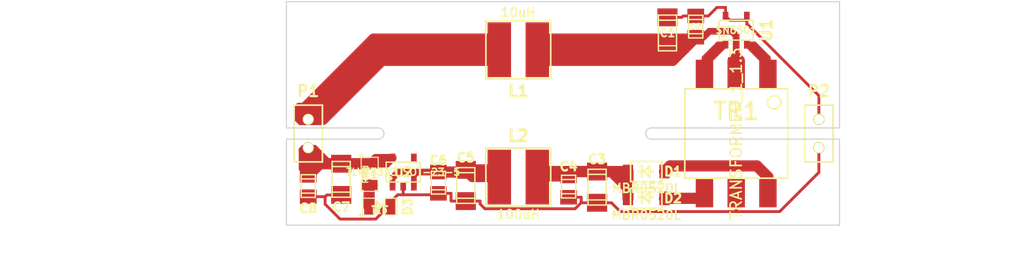
<source format=kicad_pcb>
(kicad_pcb (version 20171130) (host pcbnew "(5.1.12)-1")

  (general
    (thickness 1.6)
    (drawings 41)
    (tracks 185)
    (zones 0)
    (modules 19)
    (nets 13)
  )

  (page A3)
  (title_block
    (title "C2000 Launchpad (LAUNCHXL-F28027) isolated supply PCB")
    (rev A)
    (company "Mikolaj Stawiski")
    (comment 1 mikolaj.stawiski@gmail.com)
  )

  (layers
    (0 F.Cu signal)
    (31 B.Cu signal)
    (35 F.Paste user hide)
    (37 F.SilkS user)
    (38 B.Mask user)
    (39 F.Mask user)
    (40 Dwgs.User user)
    (44 Edge.Cuts user)
  )

  (setup
    (last_trace_width 0.254)
    (user_trace_width 0.5)
    (user_trace_width 0.6)
    (user_trace_width 0.7)
    (user_trace_width 0.8)
    (user_trace_width 1)
    (trace_clearance 0.254)
    (zone_clearance 0.4)
    (zone_45_only yes)
    (trace_min 0.254)
    (via_size 1)
    (via_drill 0.5)
    (via_min_size 0.8)
    (via_min_drill 0.5)
    (uvia_size 0.508)
    (uvia_drill 0.127)
    (uvias_allowed no)
    (uvia_min_size 0.508)
    (uvia_min_drill 0.127)
    (edge_width 0.1)
    (segment_width 0.2)
    (pcb_text_width 0.3)
    (pcb_text_size 1.5 1.5)
    (mod_edge_width 0.15)
    (mod_text_size 1 1)
    (mod_text_width 0.15)
    (pad_size 1.3 1.3)
    (pad_drill 0.8)
    (pad_to_mask_clearance 0.1)
    (solder_mask_min_width 0.2)
    (aux_axis_origin 98 88)
    (visible_elements 7FFFFFFF)
    (pcbplotparams
      (layerselection 0x00030_ffffffff)
      (usegerberextensions false)
      (usegerberattributes true)
      (usegerberadvancedattributes true)
      (creategerberjobfile true)
      (excludeedgelayer true)
      (linewidth 0.150000)
      (plotframeref false)
      (viasonmask false)
      (mode 1)
      (useauxorigin false)
      (hpglpennumber 1)
      (hpglpenspeed 20)
      (hpglpendiameter 15.000000)
      (psnegative false)
      (psa4output false)
      (plotreference true)
      (plotvalue false)
      (plotinvisibletext false)
      (padsonsilk false)
      (subtractmaskfromsilk false)
      (outputformat 5)
      (mirror false)
      (drillshape 0)
      (scaleselection 1)
      (outputdirectory "svg/"))
  )

  (net 0 "")
  (net 1 3.3V)
  (net 2 "3.3V isol")
  (net 3 GND)
  (net 4 GND_isol)
  (net 5 N-000001)
  (net 6 N-0000010)
  (net 7 N-0000011)
  (net 8 N-0000012)
  (net 9 N-000002)
  (net 10 N-000003)
  (net 11 N-000007)
  (net 12 N-000009)

  (net_class Default "To jest domyślna klasa połączeń."
    (clearance 0.254)
    (trace_width 0.254)
    (via_dia 1)
    (via_drill 0.5)
    (uvia_dia 0.508)
    (uvia_drill 0.127)
    (add_net 3.3V)
    (add_net "3.3V isol")
    (add_net GND)
    (add_net GND_isol)
    (add_net N-000001)
    (add_net N-0000010)
    (add_net N-0000011)
    (add_net N-0000012)
    (add_net N-000002)
    (add_net N-000003)
    (add_net N-000007)
    (add_net N-000009)
  )

  (module SOT23-5 (layer F.Cu) (tedit 5908B890) (tstamp 559BBDB3)
    (at 138.25 90.55)
    (path /5599056C)
    (attr smd)
    (fp_text reference U1 (at 2.7 0 90) (layer F.SilkS)
      (effects (font (size 1 1) (thickness 0.25)))
    )
    (fp_text value SN6501 (at 0 0) (layer F.SilkS)
      (effects (font (size 0.635 0.635) (thickness 0.127)))
    )
    (fp_line (start 1.524 -0.889) (end 1.524 0.889) (layer F.SilkS) (width 0.127))
    (fp_line (start 1.524 0.889) (end -1.524 0.889) (layer F.SilkS) (width 0.127))
    (fp_line (start -1.524 0.889) (end -1.524 -0.889) (layer F.SilkS) (width 0.127))
    (fp_line (start -1.524 -0.889) (end 1.524 -0.889) (layer F.SilkS) (width 0.127))
    (pad 1 smd rect (at -0.9525 1.27) (size 0.508 0.762) (layers F.Cu F.Paste F.Mask)
      (net 11 N-000007))
    (pad 3 smd rect (at 0.9525 1.27) (size 0.508 0.762) (layers F.Cu F.Paste F.Mask)
      (net 10 N-000003))
    (pad 5 smd rect (at -0.9525 -1.27) (size 0.508 0.762) (layers F.Cu F.Paste F.Mask)
      (net 3 GND))
    (pad 2 smd rect (at 0 1.27) (size 0.508 0.762) (layers F.Cu F.Paste F.Mask)
      (net 5 N-000001))
    (pad 4 smd rect (at 0.9525 -1.27) (size 0.508 0.762) (layers F.Cu F.Paste F.Mask)
      (net 3 GND))
    (model smd/SOT23_5.wrl
      (at (xyz 0 0 0))
      (scale (xyz 0.1 0.1 0.1))
      (rotate (xyz 0 0 0))
    )
  )

  (module SOT23-5 (layer F.Cu) (tedit 5908B8FC) (tstamp 559BBDC0)
    (at 108.45 103.25)
    (path /559AD40B)
    (attr smd)
    (fp_text reference U2 (at 0 0) (layer F.SilkS)
      (effects (font (size 0.8 0.8) (thickness 0.2)))
    )
    (fp_text value "TLV73333 SOT-23-5" (at 0 0) (layer F.SilkS)
      (effects (font (size 0.635 0.635) (thickness 0.127)))
    )
    (fp_line (start 1.524 -0.889) (end 1.524 0.889) (layer F.SilkS) (width 0.127))
    (fp_line (start 1.524 0.889) (end -1.524 0.889) (layer F.SilkS) (width 0.127))
    (fp_line (start -1.524 0.889) (end -1.524 -0.889) (layer F.SilkS) (width 0.127))
    (fp_line (start -1.524 -0.889) (end 1.524 -0.889) (layer F.SilkS) (width 0.127))
    (pad 1 smd rect (at -0.9525 1.27) (size 0.508 0.762) (layers F.Cu F.Paste F.Mask)
      (net 8 N-0000012))
    (pad 3 smd rect (at 0.9525 1.27) (size 0.508 0.762) (layers F.Cu F.Paste F.Mask)
      (net 8 N-0000012))
    (pad 5 smd rect (at -0.9525 -1.27) (size 0.508 0.762) (layers F.Cu F.Paste F.Mask)
      (net 2 "3.3V isol"))
    (pad 2 smd rect (at 0 1.27) (size 0.508 0.762) (layers F.Cu F.Paste F.Mask)
      (net 4 GND_isol))
    (pad 4 smd rect (at 0.9525 -1.27) (size 0.508 0.762) (layers F.Cu F.Paste F.Mask))
    (model smd/SOT23_5.wrl
      (at (xyz 0 0 0))
      (scale (xyz 0.1 0.1 0.1))
      (rotate (xyz 0 0 0))
    )
  )

  (module SOD-123 (layer F.Cu) (tedit 5908BDD8) (tstamp 559BBDCE)
    (at 130.2 103.2 180)
    (path /55991307)
    (fp_text reference D1 (at -2.4 0 180) (layer F.SilkS)
      (effects (font (size 0.8 0.8) (thickness 0.2)))
    )
    (fp_text value MBR0520L (at 0 -1.5 180) (layer F.SilkS)
      (effects (font (size 0.8 0.8) (thickness 0.15)))
    )
    (fp_line (start 0 -0.9) (end -1.4 -0.9) (layer F.SilkS) (width 0.15))
    (fp_line (start -1.4 -0.9) (end -1.4 0) (layer F.SilkS) (width 0.15))
    (fp_line (start -1.4 0) (end -1.4 0.9) (layer F.SilkS) (width 0.15))
    (fp_line (start -1.4 0.9) (end 0 0.9) (layer F.SilkS) (width 0.15))
    (fp_line (start 0 0.9) (end 1.4 0.9) (layer F.SilkS) (width 0.15))
    (fp_line (start 1.4 0.9) (end 1.4 0) (layer F.SilkS) (width 0.15))
    (fp_line (start 1.4 0) (end 1.4 -0.9) (layer F.SilkS) (width 0.15))
    (fp_line (start 1.4 -0.9) (end 0 -0.9) (layer F.SilkS) (width 0.15))
    (pad 1 smd rect (at -1.635 0 180) (size 0.91 1.22) (layers F.Cu F.Paste F.Mask)
      (net 6 N-0000010))
    (pad 2 smd rect (at 1.635 0 180) (size 0.91 1.22) (layers F.Cu F.Paste F.Mask)
      (net 12 N-000009))
  )

  (module SOD-123 (layer F.Cu) (tedit 5908BDDD) (tstamp 559BBDDC)
    (at 130.2 105.6 180)
    (path /55991316)
    (fp_text reference D2 (at -2.4 0 180) (layer F.SilkS)
      (effects (font (size 0.8 0.8) (thickness 0.2)))
    )
    (fp_text value MBR0520L (at 0 -1.5 180) (layer F.SilkS)
      (effects (font (size 0.8 0.8) (thickness 0.15)))
    )
    (fp_line (start 0 -0.9) (end -1.4 -0.9) (layer F.SilkS) (width 0.15))
    (fp_line (start -1.4 -0.9) (end -1.4 0) (layer F.SilkS) (width 0.15))
    (fp_line (start -1.4 0) (end -1.4 0.9) (layer F.SilkS) (width 0.15))
    (fp_line (start -1.4 0.9) (end 0 0.9) (layer F.SilkS) (width 0.15))
    (fp_line (start 0 0.9) (end 1.4 0.9) (layer F.SilkS) (width 0.15))
    (fp_line (start 1.4 0.9) (end 1.4 0) (layer F.SilkS) (width 0.15))
    (fp_line (start 1.4 0) (end 1.4 -0.9) (layer F.SilkS) (width 0.15))
    (fp_line (start 1.4 -0.9) (end 0 -0.9) (layer F.SilkS) (width 0.15))
    (pad 1 smd rect (at -1.635 0 180) (size 0.91 1.22) (layers F.Cu F.Paste F.Mask)
      (net 7 N-0000011))
    (pad 2 smd rect (at 1.635 0 180) (size 0.91 1.22) (layers F.Cu F.Paste F.Mask)
      (net 12 N-000009))
  )

  (module SM0805 (layer F.Cu) (tedit 5908B90A) (tstamp 559BBDE9)
    (at 105.45 103.45 270)
    (path /559AD6C6)
    (attr smd)
    (fp_text reference R1 (at 0 0) (layer F.SilkS)
      (effects (font (size 0.8 0.8) (thickness 0.2)))
    )
    (fp_text value Rled (at 0 0.381 270) (layer F.SilkS)
      (effects (font (size 0.50038 0.50038) (thickness 0.10922)))
    )
    (fp_circle (center -1.651 0.762) (end -1.651 0.635) (layer F.SilkS) (width 0.09906))
    (fp_line (start -0.508 0.762) (end -1.524 0.762) (layer F.SilkS) (width 0.09906))
    (fp_line (start -1.524 0.762) (end -1.524 -0.762) (layer F.SilkS) (width 0.09906))
    (fp_line (start -1.524 -0.762) (end -0.508 -0.762) (layer F.SilkS) (width 0.09906))
    (fp_line (start 0.508 -0.762) (end 1.524 -0.762) (layer F.SilkS) (width 0.09906))
    (fp_line (start 1.524 -0.762) (end 1.524 0.762) (layer F.SilkS) (width 0.09906))
    (fp_line (start 1.524 0.762) (end 0.508 0.762) (layer F.SilkS) (width 0.09906))
    (pad 1 smd rect (at -0.9525 0 270) (size 0.889 1.397) (layers F.Cu F.Paste F.Mask)
      (net 2 "3.3V isol"))
    (pad 2 smd rect (at 0.9525 0 270) (size 0.889 1.397) (layers F.Cu F.Paste F.Mask)
      (net 9 N-000002))
    (model smd/chip_cms.wrl
      (at (xyz 0 0 0))
      (scale (xyz 0.1 0.1 0.1))
      (rotate (xyz 0 0 0))
    )
  )

  (module SM0805 (layer F.Cu) (tedit 5908B944) (tstamp 559BBDF6)
    (at 106.35 106.35)
    (path /559AD6D5)
    (attr smd)
    (fp_text reference D3 (at 2.5 0 90) (layer F.SilkS)
      (effects (font (size 0.8 0.8) (thickness 0.2)))
    )
    (fp_text value LED (at 0 0.381) (layer F.SilkS)
      (effects (font (size 0.50038 0.50038) (thickness 0.10922)))
    )
    (fp_circle (center -1.651 0.762) (end -1.651 0.635) (layer F.SilkS) (width 0.09906))
    (fp_line (start -0.508 0.762) (end -1.524 0.762) (layer F.SilkS) (width 0.09906))
    (fp_line (start -1.524 0.762) (end -1.524 -0.762) (layer F.SilkS) (width 0.09906))
    (fp_line (start -1.524 -0.762) (end -0.508 -0.762) (layer F.SilkS) (width 0.09906))
    (fp_line (start 0.508 -0.762) (end 1.524 -0.762) (layer F.SilkS) (width 0.09906))
    (fp_line (start 1.524 -0.762) (end 1.524 0.762) (layer F.SilkS) (width 0.09906))
    (fp_line (start 1.524 0.762) (end 0.508 0.762) (layer F.SilkS) (width 0.09906))
    (pad 1 smd rect (at -0.9525 0) (size 0.889 1.397) (layers F.Cu F.Paste F.Mask)
      (net 9 N-000002))
    (pad 2 smd rect (at 0.9525 0) (size 0.889 1.397) (layers F.Cu F.Paste F.Mask)
      (net 4 GND_isol))
    (model smd/chip_cms.wrl
      (at (xyz 0 0 0))
      (scale (xyz 0.1 0.1 0.1))
      (rotate (xyz 0 0 0))
    )
  )

  (module PIN_ARRAY_2X1 (layer F.Cu) (tedit 5908B821) (tstamp 5908B5A4)
    (at 99.95 99.8 90)
    (descr "Connecteurs 2 pins")
    (tags "CONN DEV")
    (path /55990836)
    (fp_text reference P1 (at 3.8 0 180) (layer F.SilkS)
      (effects (font (size 1 1) (thickness 0.2)))
    )
    (fp_text value CONN_2 (at 0 -1.905 90) (layer F.SilkS) hide
      (effects (font (size 0.762 0.762) (thickness 0.1524)))
    )
    (fp_line (start -2.54 1.27) (end -2.54 -1.27) (layer F.SilkS) (width 0.1524))
    (fp_line (start -2.54 -1.27) (end 2.54 -1.27) (layer F.SilkS) (width 0.1524))
    (fp_line (start 2.54 -1.27) (end 2.54 1.27) (layer F.SilkS) (width 0.1524))
    (fp_line (start 2.54 1.27) (end -2.54 1.27) (layer F.SilkS) (width 0.1524))
    (pad 1 thru_hole circle (at -1.27 0 90) (size 1 1) (drill 0.8) (layers *.Cu *.Mask F.SilkS)
      (net 2 "3.3V isol"))
    (pad 2 thru_hole circle (at 1.27 0 90) (size 1 1) (drill 0.8) (layers *.Cu *.Mask F.SilkS)
      (net 1 3.3V))
    (model pin_array/pins_array_2x1.wrl
      (at (xyz 0 0 0))
      (scale (xyz 1 1 1))
      (rotate (xyz 0 0 0))
    )
  )

  (module PIN_ARRAY_2X1 (layer F.Cu) (tedit 5908B838) (tstamp 5909154F)
    (at 145.65 99.8 90)
    (descr "Connecteurs 2 pins")
    (tags "CONN DEV")
    (path /559ADB7F)
    (fp_text reference P2 (at 3.8 0 180) (layer F.SilkS)
      (effects (font (size 1 1) (thickness 0.2)))
    )
    (fp_text value CONN_2 (at 0 -1.905 90) (layer F.SilkS) hide
      (effects (font (size 0.762 0.762) (thickness 0.1524)))
    )
    (fp_line (start -2.54 1.27) (end -2.54 -1.27) (layer F.SilkS) (width 0.1524))
    (fp_line (start -2.54 -1.27) (end 2.54 -1.27) (layer F.SilkS) (width 0.1524))
    (fp_line (start 2.54 -1.27) (end 2.54 1.27) (layer F.SilkS) (width 0.1524))
    (fp_line (start 2.54 1.27) (end -2.54 1.27) (layer F.SilkS) (width 0.1524))
    (pad 1 thru_hole circle (at -1.27 0 90) (size 1 1) (drill 0.8) (layers *.Cu *.Mask F.SilkS)
      (net 4 GND_isol))
    (pad 2 thru_hole circle (at 1.27 0 90) (size 1 1) (drill 0.8) (layers *.Cu *.Mask F.SilkS)
      (net 3 GND))
    (model pin_array/pins_array_2x1.wrl
      (at (xyz 0 0 0))
      (scale (xyz 1 1 1))
      (rotate (xyz 0 0 0))
    )
  )

  (module c_1206 (layer F.Cu) (tedit 5908B874) (tstamp 559BBE16)
    (at 132.1 90.8 270)
    (descr "SMT capacitor, 1206")
    (path /559905D2)
    (fp_text reference C1 (at 0 0) (layer F.SilkS)
      (effects (font (size 0.7 0.7) (thickness 0.15)))
    )
    (fp_text value 4.7u (at 0 1.27 270) (layer F.SilkS) hide
      (effects (font (size 0.50038 0.50038) (thickness 0.11938)))
    )
    (fp_line (start 1.143 0.8128) (end 1.143 -0.8128) (layer F.SilkS) (width 0.127))
    (fp_line (start -1.143 -0.8128) (end -1.143 0.8128) (layer F.SilkS) (width 0.127))
    (fp_line (start -1.6002 -0.8128) (end -1.6002 0.8128) (layer F.SilkS) (width 0.127))
    (fp_line (start -1.6002 0.8128) (end 1.6002 0.8128) (layer F.SilkS) (width 0.127))
    (fp_line (start 1.6002 0.8128) (end 1.6002 -0.8128) (layer F.SilkS) (width 0.127))
    (fp_line (start 1.6002 -0.8128) (end -1.6002 -0.8128) (layer F.SilkS) (width 0.127))
    (pad 1 smd rect (at 1.397 0 270) (size 1.6002 1.8034) (layers F.Cu F.Paste F.Mask)
      (net 5 N-000001))
    (pad 2 smd rect (at -1.397 0 270) (size 1.6002 1.8034) (layers F.Cu F.Paste F.Mask)
      (net 3 GND))
    (model smd/capacitors/c_1206.wrl
      (at (xyz 0 0 0))
      (scale (xyz 1 1 1))
      (rotate (xyz 0 0 0))
    )
  )

  (module c_1206 (layer F.Cu) (tedit 5908B8C7) (tstamp 559BBE22)
    (at 125.8 104.6 90)
    (descr "SMT capacitor, 1206")
    (path /5599139F)
    (fp_text reference C3 (at 2.5 0 180) (layer F.SilkS)
      (effects (font (size 0.8 0.8) (thickness 0.2)))
    )
    (fp_text value 4.7u (at 0 1.27 90) (layer F.SilkS) hide
      (effects (font (size 0.50038 0.50038) (thickness 0.11938)))
    )
    (fp_line (start 1.143 0.8128) (end 1.143 -0.8128) (layer F.SilkS) (width 0.127))
    (fp_line (start -1.143 -0.8128) (end -1.143 0.8128) (layer F.SilkS) (width 0.127))
    (fp_line (start -1.6002 -0.8128) (end -1.6002 0.8128) (layer F.SilkS) (width 0.127))
    (fp_line (start -1.6002 0.8128) (end 1.6002 0.8128) (layer F.SilkS) (width 0.127))
    (fp_line (start 1.6002 0.8128) (end 1.6002 -0.8128) (layer F.SilkS) (width 0.127))
    (fp_line (start 1.6002 -0.8128) (end -1.6002 -0.8128) (layer F.SilkS) (width 0.127))
    (pad 1 smd rect (at 1.397 0 90) (size 1.6002 1.8034) (layers F.Cu F.Paste F.Mask)
      (net 12 N-000009))
    (pad 2 smd rect (at -1.397 0 90) (size 1.6002 1.8034) (layers F.Cu F.Paste F.Mask)
      (net 4 GND_isol))
    (model smd/capacitors/c_1206.wrl
      (at (xyz 0 0 0))
      (scale (xyz 1 1 1))
      (rotate (xyz 0 0 0))
    )
  )

  (module c_1206 (layer F.Cu) (tedit 5908B935) (tstamp 559BBE2E)
    (at 102.9 103.9 90)
    (descr "SMT capacitor, 1206")
    (path /559AE1A5)
    (fp_text reference C7 (at -2.5 0 180) (layer F.SilkS)
      (effects (font (size 0.8 0.8) (thickness 0.2)))
    )
    (fp_text value 4.7u (at 0 1.27 90) (layer F.SilkS) hide
      (effects (font (size 0.50038 0.50038) (thickness 0.11938)))
    )
    (fp_line (start 1.143 0.8128) (end 1.143 -0.8128) (layer F.SilkS) (width 0.127))
    (fp_line (start -1.143 -0.8128) (end -1.143 0.8128) (layer F.SilkS) (width 0.127))
    (fp_line (start -1.6002 -0.8128) (end -1.6002 0.8128) (layer F.SilkS) (width 0.127))
    (fp_line (start -1.6002 0.8128) (end 1.6002 0.8128) (layer F.SilkS) (width 0.127))
    (fp_line (start 1.6002 0.8128) (end 1.6002 -0.8128) (layer F.SilkS) (width 0.127))
    (fp_line (start 1.6002 -0.8128) (end -1.6002 -0.8128) (layer F.SilkS) (width 0.127))
    (pad 1 smd rect (at 1.397 0 90) (size 1.6002 1.8034) (layers F.Cu F.Paste F.Mask)
      (net 2 "3.3V isol"))
    (pad 2 smd rect (at -1.397 0 90) (size 1.6002 1.8034) (layers F.Cu F.Paste F.Mask)
      (net 4 GND_isol))
    (model smd/capacitors/c_1206.wrl
      (at (xyz 0 0 0))
      (scale (xyz 1 1 1))
      (rotate (xyz 0 0 0))
    )
  )

  (module c_1206 (layer F.Cu) (tedit 5908B8E5) (tstamp 559BBE3A)
    (at 114.05 104.45 90)
    (descr "SMT capacitor, 1206")
    (path /55991455)
    (fp_text reference C5 (at 2.5 0 180) (layer F.SilkS)
      (effects (font (size 0.8 0.8) (thickness 0.2)))
    )
    (fp_text value 4.7u (at 0 1.27 90) (layer F.SilkS) hide
      (effects (font (size 0.50038 0.50038) (thickness 0.11938)))
    )
    (fp_line (start 1.143 0.8128) (end 1.143 -0.8128) (layer F.SilkS) (width 0.127))
    (fp_line (start -1.143 -0.8128) (end -1.143 0.8128) (layer F.SilkS) (width 0.127))
    (fp_line (start -1.6002 -0.8128) (end -1.6002 0.8128) (layer F.SilkS) (width 0.127))
    (fp_line (start -1.6002 0.8128) (end 1.6002 0.8128) (layer F.SilkS) (width 0.127))
    (fp_line (start 1.6002 0.8128) (end 1.6002 -0.8128) (layer F.SilkS) (width 0.127))
    (fp_line (start 1.6002 -0.8128) (end -1.6002 -0.8128) (layer F.SilkS) (width 0.127))
    (pad 1 smd rect (at 1.397 0 90) (size 1.6002 1.8034) (layers F.Cu F.Paste F.Mask)
      (net 8 N-0000012))
    (pad 2 smd rect (at -1.397 0 90) (size 1.6002 1.8034) (layers F.Cu F.Paste F.Mask)
      (net 4 GND_isol))
    (model smd/capacitors/c_1206.wrl
      (at (xyz 0 0 0))
      (scale (xyz 1 1 1))
      (rotate (xyz 0 0 0))
    )
  )

  (module c_0805 (layer F.Cu) (tedit 5908B92C) (tstamp 59091789)
    (at 99.95 104.5 90)
    (descr "SMT capacitor, 0805")
    (path /559AE1AB)
    (fp_text reference C8 (at -2 0 180) (layer F.SilkS)
      (effects (font (size 0.8 0.8) (thickness 0.2)))
    )
    (fp_text value 100n (at 0 0.9906 90) (layer F.SilkS) hide
      (effects (font (size 0.29972 0.29972) (thickness 0.06096)))
    )
    (fp_line (start 0.635 -0.635) (end 0.635 0.635) (layer F.SilkS) (width 0.127))
    (fp_line (start -0.635 -0.635) (end -0.635 0.6096) (layer F.SilkS) (width 0.127))
    (fp_line (start -1.016 -0.635) (end 1.016 -0.635) (layer F.SilkS) (width 0.127))
    (fp_line (start 1.016 -0.635) (end 1.016 0.635) (layer F.SilkS) (width 0.127))
    (fp_line (start 1.016 0.635) (end -1.016 0.635) (layer F.SilkS) (width 0.127))
    (fp_line (start -1.016 0.635) (end -1.016 -0.635) (layer F.SilkS) (width 0.127))
    (pad 1 smd rect (at 0.9525 0 90) (size 1.30048 1.4986) (layers F.Cu F.Paste F.Mask)
      (net 2 "3.3V isol"))
    (pad 2 smd rect (at -0.9525 0 90) (size 1.30048 1.4986) (layers F.Cu F.Paste F.Mask)
      (net 4 GND_isol))
    (model smd/capacitors/c_0805.wrl
      (at (xyz 0 0 0))
      (scale (xyz 1 1 1))
      (rotate (xyz 0 0 0))
    )
  )

  (module c_0805 (layer F.Cu) (tedit 5908B8F1) (tstamp 559BBE52)
    (at 111.6 104.2 90)
    (descr "SMT capacitor, 0805")
    (path /5599145B)
    (fp_text reference C6 (at 2 0 180) (layer F.SilkS)
      (effects (font (size 0.8 0.8) (thickness 0.2)))
    )
    (fp_text value 100n (at 0 0.9906 90) (layer F.SilkS) hide
      (effects (font (size 0.29972 0.29972) (thickness 0.06096)))
    )
    (fp_line (start 0.635 -0.635) (end 0.635 0.635) (layer F.SilkS) (width 0.127))
    (fp_line (start -0.635 -0.635) (end -0.635 0.6096) (layer F.SilkS) (width 0.127))
    (fp_line (start -1.016 -0.635) (end 1.016 -0.635) (layer F.SilkS) (width 0.127))
    (fp_line (start 1.016 -0.635) (end 1.016 0.635) (layer F.SilkS) (width 0.127))
    (fp_line (start 1.016 0.635) (end -1.016 0.635) (layer F.SilkS) (width 0.127))
    (fp_line (start -1.016 0.635) (end -1.016 -0.635) (layer F.SilkS) (width 0.127))
    (pad 1 smd rect (at 0.9525 0 90) (size 1.30048 1.4986) (layers F.Cu F.Paste F.Mask)
      (net 8 N-0000012))
    (pad 2 smd rect (at -0.9525 0 90) (size 1.30048 1.4986) (layers F.Cu F.Paste F.Mask)
      (net 4 GND_isol))
    (model smd/capacitors/c_0805.wrl
      (at (xyz 0 0 0))
      (scale (xyz 1 1 1))
      (rotate (xyz 0 0 0))
    )
  )

  (module c_0805 (layer F.Cu) (tedit 5908B8D6) (tstamp 559BBE5E)
    (at 123.25 104.55 90)
    (descr "SMT capacitor, 0805")
    (path /559913AE)
    (fp_text reference C4 (at 1.8 0 180) (layer F.SilkS)
      (effects (font (size 0.8 0.8) (thickness 0.2)))
    )
    (fp_text value 100n (at 0 0.9906 90) (layer F.SilkS) hide
      (effects (font (size 0.29972 0.29972) (thickness 0.06096)))
    )
    (fp_line (start 0.635 -0.635) (end 0.635 0.635) (layer F.SilkS) (width 0.127))
    (fp_line (start -0.635 -0.635) (end -0.635 0.6096) (layer F.SilkS) (width 0.127))
    (fp_line (start -1.016 -0.635) (end 1.016 -0.635) (layer F.SilkS) (width 0.127))
    (fp_line (start 1.016 -0.635) (end 1.016 0.635) (layer F.SilkS) (width 0.127))
    (fp_line (start 1.016 0.635) (end -1.016 0.635) (layer F.SilkS) (width 0.127))
    (fp_line (start -1.016 0.635) (end -1.016 -0.635) (layer F.SilkS) (width 0.127))
    (pad 1 smd rect (at 0.9525 0 90) (size 1.30048 1.4986) (layers F.Cu F.Paste F.Mask)
      (net 12 N-000009))
    (pad 2 smd rect (at -0.9525 0 90) (size 1.30048 1.4986) (layers F.Cu F.Paste F.Mask)
      (net 4 GND_isol))
    (model smd/capacitors/c_0805.wrl
      (at (xyz 0 0 0))
      (scale (xyz 1 1 1))
      (rotate (xyz 0 0 0))
    )
  )

  (module c_0805 (layer F.Cu) (tedit 5908B87D) (tstamp 559BBE6A)
    (at 134.63 90.23 270)
    (descr "SMT capacitor, 0805")
    (path /559905C3)
    (fp_text reference C2 (at 0 0) (layer F.SilkS)
      (effects (font (size 0.5 0.5) (thickness 0.125)))
    )
    (fp_text value 100n (at 0 0.9906 270) (layer F.SilkS) hide
      (effects (font (size 0.29972 0.29972) (thickness 0.06096)))
    )
    (fp_line (start 0.635 -0.635) (end 0.635 0.635) (layer F.SilkS) (width 0.127))
    (fp_line (start -0.635 -0.635) (end -0.635 0.6096) (layer F.SilkS) (width 0.127))
    (fp_line (start -1.016 -0.635) (end 1.016 -0.635) (layer F.SilkS) (width 0.127))
    (fp_line (start 1.016 -0.635) (end 1.016 0.635) (layer F.SilkS) (width 0.127))
    (fp_line (start 1.016 0.635) (end -1.016 0.635) (layer F.SilkS) (width 0.127))
    (fp_line (start -1.016 0.635) (end -1.016 -0.635) (layer F.SilkS) (width 0.127))
    (pad 1 smd rect (at 0.9525 0 270) (size 1.30048 1.4986) (layers F.Cu F.Paste F.Mask)
      (net 5 N-000001))
    (pad 2 smd rect (at -0.9525 0 270) (size 1.30048 1.4986) (layers F.Cu F.Paste F.Mask)
      (net 3 GND))
    (model smd/capacitors/c_0805.wrl
      (at (xyz 0 0 0))
      (scale (xyz 1 1 1))
      (rotate (xyz 0 0 0))
    )
  )

  (module transf_isol_wurth (layer F.Cu) (tedit 5908B8A0) (tstamp 559BBDA6)
    (at 138.25 99.8 270)
    (path /55991248)
    (fp_text reference TR1 (at -2 0) (layer F.SilkS)
      (effects (font (size 1.5 1.5) (thickness 0.25)))
    )
    (fp_text value TRANSFORMER_1_1.3 (at 0 0 270) (layer F.SilkS)
      (effects (font (size 1 1) (thickness 0.15)))
    )
    (fp_circle (center -2.8 -3.4) (end -2.2 -3.4) (layer F.SilkS) (width 0.15))
    (fp_line (start 0 -4.6) (end -4 -4.6) (layer F.SilkS) (width 0.15))
    (fp_line (start -4 -4.6) (end -4 0) (layer F.SilkS) (width 0.15))
    (fp_line (start -4 0) (end -4 4.6) (layer F.SilkS) (width 0.15))
    (fp_line (start -4 4.6) (end 0 4.6) (layer F.SilkS) (width 0.15))
    (fp_line (start 0 4.6) (end 4 4.6) (layer F.SilkS) (width 0.15))
    (fp_line (start 4 4.6) (end 4 0) (layer F.SilkS) (width 0.15))
    (fp_line (start 4 0) (end 4 -4.6) (layer F.SilkS) (width 0.15))
    (fp_line (start 4 -4.6) (end 0 -4.6) (layer F.SilkS) (width 0.15))
    (pad 1 smd rect (at -5.305 -2.84 270) (size 2.6 1.56) (layers F.Cu F.Paste F.Mask)
      (net 10 N-000003))
    (pad 2 smd rect (at -5.305 0 270) (size 2.6 1.56) (layers F.Cu F.Paste F.Mask)
      (net 5 N-000001))
    (pad 3 smd rect (at -5.305 2.84 270) (size 2.6 1.56) (layers F.Cu F.Paste F.Mask)
      (net 11 N-000007))
    (pad 4 smd rect (at 5.305 2.84 270) (size 2.6 1.56) (layers F.Cu F.Paste F.Mask)
      (net 7 N-0000011))
    (pad 5 smd rect (at 5.305 0 270) (size 2.6 1.56) (layers F.Cu F.Paste F.Mask)
      (net 4 GND_isol))
    (pad 6 smd rect (at 5.305 -2.84 270) (size 2.6 1.56) (layers F.Cu F.Paste F.Mask)
      (net 6 N-0000010))
  )

  (module VLCF5020 (layer F.Cu) (tedit 5908B867) (tstamp 559BBD94)
    (at 118.75 103.7 180)
    (path /55991448)
    (fp_text reference L2 (at 0 3.7 180) (layer F.SilkS)
      (effects (font (size 1 1) (thickness 0.25)))
    )
    (fp_text value 100uH (at 0 -3.35 180) (layer F.SilkS)
      (effects (font (size 0.8 0.8) (thickness 0.15)))
    )
    (fp_line (start -2.9 -2.6) (end 2.9 -2.6) (layer F.SilkS) (width 0.15))
    (fp_line (start 2.9 -2.6) (end 2.9 0) (layer F.SilkS) (width 0.15))
    (fp_line (start 2.9 0) (end 2.9 2.6) (layer F.SilkS) (width 0.15))
    (fp_line (start 2.9 2.6) (end 0 2.6) (layer F.SilkS) (width 0.15))
    (fp_line (start 0 2.6) (end -2.9 2.6) (layer F.SilkS) (width 0.15))
    (fp_line (start -2.9 2.6) (end -2.9 -2.6) (layer F.SilkS) (width 0.15))
    (pad 1 smd rect (at -1.7 0 180) (size 2.1 4.9) (layers F.Cu F.Paste F.Mask)
      (net 12 N-000009))
    (pad 2 smd rect (at 1.7 0 180) (size 2.1 4.9) (layers F.Cu F.Paste F.Mask)
      (net 8 N-0000012))
  )

  (module VLCF5020 (layer F.Cu) (tedit 5908B854) (tstamp 559BBD8E)
    (at 118.75 92.3)
    (path /559905B4)
    (fp_text reference L1 (at 0 3.7) (layer F.SilkS)
      (effects (font (size 1 1) (thickness 0.25)))
    )
    (fp_text value 10uH (at 0 -3.35) (layer F.SilkS)
      (effects (font (size 0.8 0.8) (thickness 0.15)))
    )
    (fp_line (start -2.9 -2.6) (end 2.9 -2.6) (layer F.SilkS) (width 0.15))
    (fp_line (start 2.9 -2.6) (end 2.9 0) (layer F.SilkS) (width 0.15))
    (fp_line (start 2.9 0) (end 2.9 2.6) (layer F.SilkS) (width 0.15))
    (fp_line (start 2.9 2.6) (end 0 2.6) (layer F.SilkS) (width 0.15))
    (fp_line (start 0 2.6) (end -2.9 2.6) (layer F.SilkS) (width 0.15))
    (fp_line (start -2.9 2.6) (end -2.9 -2.6) (layer F.SilkS) (width 0.15))
    (pad 1 smd rect (at -1.7 0) (size 2.1 4.9) (layers F.Cu F.Paste F.Mask)
      (net 1 3.3V))
    (pad 2 smd rect (at 1.7 0) (size 2.1 4.9) (layers F.Cu F.Paste F.Mask)
      (net 5 N-000001))
  )

  (gr_circle (center 107.3 103.8) (end 107.4 103.8) (layer F.SilkS) (width 0.2))
  (gr_circle (center 137.1 91.1) (end 137.2 91.1) (layer F.SilkS) (width 0.2))
  (gr_line (start 130.6 105.5) (end 130.8 105.5) (angle 90) (layer F.SilkS) (width 0.2) (tstamp 5908BDA5))
  (gr_line (start 129.7 105.5) (end 129.5 105.5) (angle 90) (layer F.SilkS) (width 0.2) (tstamp 5908BDA4))
  (gr_line (start 129.8 106) (end 129.8 105) (angle 90) (layer F.SilkS) (width 0.2) (tstamp 5908BDA3))
  (gr_line (start 130.5 106) (end 130 105.5) (angle 90) (layer F.SilkS) (width 0.2) (tstamp 5908BDA2))
  (gr_line (start 130.5 105) (end 130 105.5) (angle 90) (layer F.SilkS) (width 0.2) (tstamp 5908BDA1))
  (gr_line (start 130.5 106) (end 130.5 105) (angle 90) (layer F.SilkS) (width 0.2) (tstamp 5908BDA0))
  (gr_line (start 130.5 103.7) (end 130.5 102.7) (angle 90) (layer F.SilkS) (width 0.2) (tstamp 5908BD9F))
  (gr_line (start 130.5 102.7) (end 130 103.2) (angle 90) (layer F.SilkS) (width 0.2) (tstamp 5908BD9E))
  (gr_line (start 130.5 103.7) (end 130 103.2) (angle 90) (layer F.SilkS) (width 0.2) (tstamp 5908BD9D))
  (gr_line (start 129.8 103.7) (end 129.8 102.7) (angle 90) (layer F.SilkS) (width 0.2) (tstamp 5908BD9C))
  (gr_line (start 129.7 103.2) (end 129.5 103.2) (angle 90) (layer F.SilkS) (width 0.2) (tstamp 5908BD9B))
  (gr_line (start 130.6 103.2) (end 130.8 103.2) (angle 90) (layer F.SilkS) (width 0.2) (tstamp 5908BD9A))
  (gr_line (start 105.9 106.3) (end 105.7 106.3) (angle 90) (layer F.SilkS) (width 0.2))
  (gr_line (start 106.8 106.3) (end 107 106.3) (angle 90) (layer F.SilkS) (width 0.2))
  (gr_line (start 106.7 105.8) (end 106.7 106.8) (angle 90) (layer F.SilkS) (width 0.2))
  (gr_line (start 106 105.8) (end 106.5 106.3) (angle 90) (layer F.SilkS) (width 0.2))
  (gr_line (start 106 106.8) (end 106.5 106.3) (angle 90) (layer F.SilkS) (width 0.2))
  (gr_line (start 106 105.8) (end 106 106.8) (angle 90) (layer F.SilkS) (width 0.2))
  (gr_line (start 98 108) (end 98 100.3) (angle 90) (layer Edge.Cuts) (width 0.1))
  (gr_line (start 147.5 108) (end 147.5 100.3) (angle 90) (layer Edge.Cuts) (width 0.1))
  (gr_line (start 98 108) (end 147.5 108) (angle 90) (layer Edge.Cuts) (width 0.1))
  (gr_line (start 147.5 88) (end 147.5 99.3) (angle 90) (layer Edge.Cuts) (width 0.1))
  (gr_line (start 147.5 100.3) (end 130.65 100.3) (angle 90) (layer Edge.Cuts) (width 0.1))
  (gr_line (start 147.5 99.3) (end 130.65 99.3) (angle 90) (layer Edge.Cuts) (width 0.1))
  (gr_line (start 98 88) (end 98 99.3) (angle 90) (layer Edge.Cuts) (width 0.1))
  (gr_line (start 98 100.3) (end 106.225 100.3) (angle 90) (layer Edge.Cuts) (width 0.1))
  (gr_line (start 98 99.3) (end 106.225 99.3) (angle 90) (layer Edge.Cuts) (width 0.1))
  (gr_line (start 98 88) (end 147.5 88) (angle 90) (layer Edge.Cuts) (width 0.1))
  (gr_text Vout_GND_ISO (at 156 102) (layer Dwgs.User)
    (effects (font (size 1.5 1.5) (thickness 0.3)))
  )
  (gr_text Vin_GND (at 153 98) (layer Dwgs.User)
    (effects (font (size 1.5 1.5) (thickness 0.3)))
  )
  (gr_text Vout_3.3V_ISO (at 89.5 102) (layer Dwgs.User)
    (effects (font (size 1.5 1.5) (thickness 0.3)))
  )
  (gr_text Vin (at 95.5 98) (layer Dwgs.User)
    (effects (font (size 1.5 1.5) (thickness 0.3)))
  )
  (dimension 49.5 (width 0.3) (layer Dwgs.User)
    (gr_text "49.5 mm" (at 122.75 112.35) (layer Dwgs.User)
      (effects (font (size 1.5 1.5) (thickness 0.3)))
    )
    (feature1 (pts (xy 147.5 108) (xy 147.5 113.7)))
    (feature2 (pts (xy 98 108) (xy 98 113.7)))
    (crossbar (pts (xy 98 111) (xy 147.5 111)))
    (arrow1a (pts (xy 147.5 111) (xy 146.373497 111.58642)))
    (arrow1b (pts (xy 147.5 111) (xy 146.373497 110.41358)))
    (arrow2a (pts (xy 98 111) (xy 99.126503 111.58642)))
    (arrow2b (pts (xy 98 111) (xy 99.126503 110.41358)))
  )
  (dimension 20 (width 0.3) (layer Dwgs.User)
    (gr_text "20 mm" (at 78.650001 97.999999 270) (layer Dwgs.User)
      (effects (font (size 1.5 1.5) (thickness 0.3)))
    )
    (feature1 (pts (xy 98 108) (xy 77.300001 107.999999)))
    (feature2 (pts (xy 98 88) (xy 77.300001 87.999999)))
    (crossbar (pts (xy 80.000001 87.999999) (xy 80.000001 107.999999)))
    (arrow1a (pts (xy 80.000001 107.999999) (xy 79.413581 106.873496)))
    (arrow1b (pts (xy 80.000001 107.999999) (xy 80.586421 106.873496)))
    (arrow2a (pts (xy 80.000001 87.999999) (xy 79.413581 89.126502)))
    (arrow2b (pts (xy 80.000001 87.999999) (xy 80.586421 89.126502)))
  )
  (gr_arc (start 106.225 99.8) (end 106.725 99.8) (angle 90) (layer Edge.Cuts) (width 0.1))
  (gr_arc (start 106.225 99.8) (end 106.225 99.3) (angle 90) (layer Edge.Cuts) (width 0.1))
  (gr_arc (start 130.65 99.8) (end 130.65 100.3) (angle 90) (layer Edge.Cuts) (width 0.1))
  (gr_arc (start 130.65 99.8) (end 130.15 99.8) (angle 90) (layer Edge.Cuts) (width 0.1))
  (target plus (at 98 88) (size 0.005) (width 0.1) (layer Edge.Cuts))

  (segment (start 99.85 97.3) (end 99.35 97.8) (width 1) (layer F.Cu) (net 1))
  (segment (start 99.35 97.8) (end 99.35 97.93) (width 1) (layer F.Cu) (net 1))
  (segment (start 99.35 97.93) (end 99.95 98.53) (width 1) (layer F.Cu) (net 1))
  (segment (start 117.05 92.3) (end 116.1 91.35) (width 1) (layer F.Cu) (net 1))
  (segment (start 116.1 91.35) (end 105.8 91.35) (width 1) (layer F.Cu) (net 1))
  (segment (start 105.8 91.35) (end 99.85 97.3) (width 1) (layer F.Cu) (net 1))
  (segment (start 101.27 98.53) (end 99.95 98.53) (width 1) (layer F.Cu) (net 1))
  (segment (start 117.05 92.3) (end 116.1 93.25) (width 1) (layer F.Cu) (net 1))
  (segment (start 116.1 93.25) (end 106.55 93.25) (width 1) (layer F.Cu) (net 1))
  (segment (start 106.55 93.25) (end 101.27 98.53) (width 1) (layer F.Cu) (net 1))
  (segment (start 117.05 92.3) (end 106.18 92.3) (width 1) (layer F.Cu) (net 1))
  (segment (start 106.18 92.3) (end 99.95 98.53) (width 1) (layer F.Cu) (net 1))
  (segment (start 101.27 98.53) (end 101 98.8) (width 0.5) (layer F.Cu) (net 1))
  (segment (start 101 98.8) (end 99.25 98.8) (width 0.5) (layer F.Cu) (net 1))
  (segment (start 99.25 98.8) (end 98.9 98.45) (width 0.5) (layer F.Cu) (net 1))
  (segment (start 98.9 98.45) (end 98.9 97.5) (width 0.5) (layer F.Cu) (net 1))
  (segment (start 98.9 97.5) (end 99.1 97.3) (width 0.5) (layer F.Cu) (net 1))
  (segment (start 99.1 97.3) (end 99.85 97.3) (width 0.5) (layer F.Cu) (net 1))
  (segment (start 105.709 102.239) (end 105.7085 102.239) (width 0.254) (layer F.Cu) (net 2))
  (segment (start 105.7085 102.239) (end 105.45 102.4975) (width 0.254) (layer F.Cu) (net 2))
  (segment (start 105.709 102.239) (end 105.45 102.498) (width 0.7) (layer F.Cu) (net 2))
  (segment (start 107.4975 101.98) (end 105.968 101.98) (width 0.7) (layer F.Cu) (net 2))
  (segment (start 105.968 101.98) (end 105.709 102.239) (width 0.7) (layer F.Cu) (net 2))
  (segment (start 99.95 103.5475) (end 99.95 103.548) (width 1) (layer F.Cu) (net 2))
  (segment (start 101.203 102.503) (end 99.95 101.25) (width 1) (layer F.Cu) (net 2))
  (segment (start 99.95 101.25) (end 99.95 103.5475) (width 1) (layer F.Cu) (net 2))
  (segment (start 101.953 102.503) (end 101.203 102.503) (width 1) (layer F.Cu) (net 2))
  (segment (start 102.9 102.503) (end 101.953 102.503) (width 1) (layer F.Cu) (net 2))
  (segment (start 101.953 102.503) (end 102.9 102.503) (width 0.5) (layer F.Cu) (net 2))
  (segment (start 99.95 101.07) (end 100.52 101.07) (width 0.5) (layer F.Cu) (net 2))
  (segment (start 100.52 101.07) (end 101.953 102.503) (width 0.5) (layer F.Cu) (net 2))
  (segment (start 101.203 102.503) (end 100.994 102.503) (width 1) (layer F.Cu) (net 2))
  (segment (start 100.994 102.503) (end 99.95 103.548) (width 1) (layer F.Cu) (net 2))
  (segment (start 105.45 102.498) (end 102.906 102.498) (width 1) (layer F.Cu) (net 2))
  (segment (start 102.906 102.498) (end 102.9 102.503) (width 1) (layer F.Cu) (net 2))
  (segment (start 107.4975 101.98) (end 107.498 101.98) (width 0.7) (layer F.Cu) (net 2))
  (segment (start 107.498 101.98) (end 106.98 102.498) (width 0.7) (layer F.Cu) (net 2))
  (segment (start 106.98 102.498) (end 105.45 102.498) (width 0.7) (layer F.Cu) (net 2))
  (segment (start 99.95 101.07) (end 99.53 101.07) (width 0.5) (layer F.Cu) (net 2))
  (segment (start 99.53 101.07) (end 99.35 101.25) (width 0.5) (layer F.Cu) (net 2))
  (segment (start 99.35 101.25) (end 99.35 102.948) (width 0.5) (layer F.Cu) (net 2))
  (segment (start 99.35 102.948) (end 99.95 103.548) (width 0.5) (layer F.Cu) (net 2))
  (segment (start 139.2025 89.661) (end 137.6785 89.661) (width 0.254) (layer F.Cu) (net 3))
  (segment (start 137.6785 89.661) (end 137.2975 89.28) (width 0.254) (layer F.Cu) (net 3))
  (segment (start 139.2025 89.661) (end 139.2025 90.0421) (width 0.254) (layer F.Cu) (net 3))
  (segment (start 139.2025 89.28) (end 139.2025 89.661) (width 0.254) (layer F.Cu) (net 3))
  (segment (start 145.65 98.53) (end 145.65 96.4102) (width 0.254) (layer F.Cu) (net 3))
  (segment (start 145.65 96.4102) (end 139.2819 90.0421) (width 0.254) (layer F.Cu) (net 3))
  (segment (start 139.2819 90.0421) (end 139.2025 90.0421) (width 0.254) (layer F.Cu) (net 3))
  (segment (start 134.63 89.2775) (end 135.7604 89.2775) (width 0.254) (layer F.Cu) (net 3))
  (segment (start 137.2975 89.28) (end 137.2975 88.5179) (width 0.254) (layer F.Cu) (net 3))
  (segment (start 135.7604 89.2775) (end 136.52 88.5179) (width 0.254) (layer F.Cu) (net 3))
  (segment (start 136.52 88.5179) (end 137.2975 88.5179) (width 0.254) (layer F.Cu) (net 3))
  (segment (start 134.0648 89.2775) (end 134.63 89.2775) (width 0.254) (layer F.Cu) (net 3))
  (segment (start 134.0648 89.2775) (end 133.4996 89.2775) (width 0.254) (layer F.Cu) (net 3))
  (segment (start 132.1 89.403) (end 133.3828 89.403) (width 0.254) (layer F.Cu) (net 3))
  (segment (start 133.4996 89.2775) (end 133.4996 89.2862) (width 0.254) (layer F.Cu) (net 3))
  (segment (start 133.4996 89.2862) (end 133.3828 89.403) (width 0.254) (layer F.Cu) (net 3))
  (segment (start 106.8897 106.35) (end 107.9576 105.2821) (width 0.254) (layer F.Cu) (net 4))
  (segment (start 107.9576 105.2821) (end 108.45 105.2821) (width 0.254) (layer F.Cu) (net 4))
  (segment (start 106.8897 106.35) (end 106.4769 106.35) (width 0.254) (layer F.Cu) (net 4))
  (segment (start 107.3025 106.35) (end 106.8897 106.35) (width 0.254) (layer F.Cu) (net 4))
  (segment (start 145.65 101.07) (end 145.65 103.2782) (width 0.254) (layer F.Cu) (net 4))
  (segment (start 145.65 103.2782) (end 142.1421 106.7861) (width 0.254) (layer F.Cu) (net 4))
  (segment (start 142.1421 106.7861) (end 138.25 106.7861) (width 0.254) (layer F.Cu) (net 4))
  (segment (start 124.3804 105.997) (end 124.3646 105.997) (width 0.254) (layer F.Cu) (net 4))
  (segment (start 124.3646 105.997) (end 123.8304 106.5312) (width 0.254) (layer F.Cu) (net 4))
  (segment (start 123.8304 106.5312) (end 115.7603 106.5312) (width 0.254) (layer F.Cu) (net 4))
  (segment (start 115.7603 106.5312) (end 115.3328 106.1037) (width 0.254) (layer F.Cu) (net 4))
  (segment (start 115.3328 106.1037) (end 115.3328 105.847) (width 0.254) (layer F.Cu) (net 4))
  (segment (start 125.1586 105.997) (end 124.3804 105.997) (width 0.254) (layer F.Cu) (net 4))
  (segment (start 124.3804 105.5025) (end 124.3804 105.997) (width 0.254) (layer F.Cu) (net 4))
  (segment (start 114.05 105.847) (end 115.3328 105.847) (width 0.254) (layer F.Cu) (net 4))
  (segment (start 125.8 105.997) (end 125.1586 105.997) (width 0.254) (layer F.Cu) (net 4))
  (segment (start 101.4617 105.4525) (end 101.6172 105.297) (width 0.254) (layer F.Cu) (net 4))
  (segment (start 99.95 105.4525) (end 101.4617 105.4525) (width 0.254) (layer F.Cu) (net 4))
  (segment (start 101.4617 105.4525) (end 101.4617 106.1256) (width 0.254) (layer F.Cu) (net 4))
  (segment (start 101.4617 106.1256) (end 102.7913 107.4552) (width 0.254) (layer F.Cu) (net 4))
  (segment (start 102.7913 107.4552) (end 105.9909 107.4552) (width 0.254) (layer F.Cu) (net 4))
  (segment (start 105.9909 107.4552) (end 106.4769 106.9692) (width 0.254) (layer F.Cu) (net 4))
  (segment (start 106.4769 106.9692) (end 106.4769 106.35) (width 0.254) (layer F.Cu) (net 4))
  (segment (start 108.45 104.52) (end 108.45 105.2821) (width 0.254) (layer F.Cu) (net 4))
  (segment (start 112.1652 105.1525) (end 112.0356 105.2821) (width 0.254) (layer F.Cu) (net 4))
  (segment (start 112.0356 105.2821) (end 108.45 105.2821) (width 0.254) (layer F.Cu) (net 4))
  (segment (start 112.1652 105.1525) (end 112.7304 105.1525) (width 0.254) (layer F.Cu) (net 4))
  (segment (start 111.6 105.1525) (end 112.1652 105.1525) (width 0.254) (layer F.Cu) (net 4))
  (segment (start 102.9 105.297) (end 101.6172 105.297) (width 0.254) (layer F.Cu) (net 4))
  (segment (start 114.05 105.847) (end 112.7672 105.847) (width 0.254) (layer F.Cu) (net 4))
  (segment (start 112.7304 105.1525) (end 112.7304 105.8102) (width 0.254) (layer F.Cu) (net 4))
  (segment (start 112.7304 105.8102) (end 112.7672 105.847) (width 0.254) (layer F.Cu) (net 4))
  (segment (start 123.25 105.5025) (end 124.3804 105.5025) (width 0.254) (layer F.Cu) (net 4))
  (segment (start 125.8 105.997) (end 127.0828 105.997) (width 0.254) (layer F.Cu) (net 4))
  (segment (start 138.25 105.105) (end 138.25 106.7861) (width 0.254) (layer F.Cu) (net 4))
  (segment (start 138.25 106.7861) (end 127.8719 106.7861) (width 0.254) (layer F.Cu) (net 4))
  (segment (start 127.8719 106.7861) (end 127.0828 105.997) (width 0.254) (layer F.Cu) (net 4))
  (segment (start 131.047 91.35) (end 131.997 92.3) (width 1) (layer F.Cu) (net 5))
  (segment (start 131.997 92.3) (end 132.1 92.197) (width 1) (layer F.Cu) (net 5))
  (segment (start 130.9 91.35) (end 131.047 91.35) (width 1) (layer F.Cu) (net 5))
  (segment (start 120.45 92.3) (end 121.4 91.35) (width 1) (layer F.Cu) (net 5))
  (segment (start 121.4 91.35) (end 130.9 91.35) (width 1) (layer F.Cu) (net 5))
  (segment (start 131.047 91.35) (end 134.462 91.35) (width 1) (layer F.Cu) (net 5))
  (segment (start 134.462 91.35) (end 134.63 91.1825) (width 1) (layer F.Cu) (net 5))
  (segment (start 130.9 91.35) (end 131.047 91.35) (width 1) (layer F.Cu) (net 5))
  (segment (start 133.616 92.197) (end 132.1 92.197) (width 1) (layer F.Cu) (net 5))
  (segment (start 134.63 91.1825) (end 133.616 92.197) (width 1) (layer F.Cu) (net 5))
  (segment (start 138.25 92.65) (end 138.25 94.495) (width 0.6) (layer F.Cu) (net 5))
  (segment (start 138.25 91.82) (end 138.25 92.65) (width 0.6) (layer F.Cu) (net 5))
  (segment (start 138.25 92.65) (end 138.75 93.15) (width 0.5) (layer F.Cu) (net 5))
  (segment (start 138.75 93.15) (end 138.75 93.995) (width 0.5) (layer F.Cu) (net 5))
  (segment (start 138.75 93.995) (end 138.25 94.495) (width 0.5) (layer F.Cu) (net 5))
  (segment (start 138.25 92.65) (end 137.75 93.15) (width 0.5) (layer F.Cu) (net 5))
  (segment (start 137.75 93.15) (end 137.75 93.995) (width 0.5) (layer F.Cu) (net 5))
  (segment (start 137.75 93.995) (end 138.25 94.495) (width 0.5) (layer F.Cu) (net 5))
  (segment (start 138.25 91.82) (end 138.25 91.05) (width 0.6) (layer F.Cu) (net 5))
  (segment (start 138.25 91.05) (end 137.85 90.65) (width 0.6) (layer F.Cu) (net 5))
  (segment (start 137.85 90.65) (end 135.85 90.65) (width 0.6) (layer F.Cu) (net 5))
  (segment (start 135.85 90.65) (end 135.318 91.1825) (width 0.6) (layer F.Cu) (net 5))
  (segment (start 135.318 91.1825) (end 134.63 91.1825) (width 0.6) (layer F.Cu) (net 5))
  (segment (start 120.45 92.3) (end 131.997 92.3) (width 1) (layer F.Cu) (net 5))
  (segment (start 131.997 92.3) (end 132.1 92.197) (width 1) (layer F.Cu) (net 5))
  (segment (start 120.45 92.3) (end 121.4 93.25) (width 1) (layer F.Cu) (net 5))
  (segment (start 121.4 93.25) (end 132.562 93.25) (width 1) (layer F.Cu) (net 5))
  (segment (start 132.562 93.25) (end 133.616 92.197) (width 1) (layer F.Cu) (net 5))
  (segment (start 141.09 105.105) (end 141.09 103.69) (width 1) (layer F.Cu) (net 6))
  (segment (start 141.09 103.69) (end 140.1 102.7) (width 1) (layer F.Cu) (net 6))
  (segment (start 140.1 102.7) (end 132.335 102.7) (width 1) (layer F.Cu) (net 6))
  (segment (start 132.335 102.7) (end 131.835 103.2) (width 1) (layer F.Cu) (net 6))
  (segment (start 135.41 105.105) (end 134.915 105.6) (width 1) (layer F.Cu) (net 7))
  (segment (start 134.915 105.6) (end 131.835 105.6) (width 1) (layer F.Cu) (net 7))
  (segment (start 107.499 104.519) (end 107.4985 104.519) (width 0.254) (layer F.Cu) (net 8))
  (segment (start 107.4985 104.519) (end 107.4975 104.52) (width 0.254) (layer F.Cu) (net 8))
  (segment (start 107.499 104.519) (end 107.498 104.52) (width 0.5) (layer F.Cu) (net 8))
  (segment (start 107.5 103.75) (end 107.5 104.518) (width 0.5) (layer F.Cu) (net 8))
  (segment (start 107.5 104.518) (end 107.499 104.519) (width 0.5) (layer F.Cu) (net 8))
  (segment (start 111.6 103.2475) (end 111.6 103.248) (width 0.254) (layer F.Cu) (net 8))
  (segment (start 109.402 104.059) (end 109.4025 104.0595) (width 0.254) (layer F.Cu) (net 8))
  (segment (start 109.4025 104.0595) (end 109.4025 104.52) (width 0.254) (layer F.Cu) (net 8))
  (segment (start 109.402 104.059) (end 109.402 103.598) (width 0.5) (layer F.Cu) (net 8))
  (segment (start 109.402 103.598) (end 109.752 103.248) (width 0.5) (layer F.Cu) (net 8))
  (segment (start 109.402 104.52) (end 109.402 104.059) (width 0.5) (layer F.Cu) (net 8))
  (segment (start 109.752 103.248) (end 108.002 103.248) (width 0.6) (layer F.Cu) (net 8))
  (segment (start 108.002 103.248) (end 107.5 103.75) (width 0.6) (layer F.Cu) (net 8))
  (segment (start 111.6 103.248) (end 109.752 103.248) (width 0.6) (layer F.Cu) (net 8))
  (segment (start 114.05 103.053) (end 116.403 103.053) (width 1) (layer F.Cu) (net 8))
  (segment (start 116.403 103.053) (end 117.05 103.7) (width 1) (layer F.Cu) (net 8))
  (segment (start 117.05 103.7) (end 117 103.65) (width 1) (layer F.Cu) (net 8))
  (segment (start 117 103.65) (end 114.647 103.65) (width 1) (layer F.Cu) (net 8))
  (segment (start 114.647 103.65) (end 114.05 103.053) (width 1) (layer F.Cu) (net 8))
  (segment (start 111.6 103.248) (end 113.856 103.248) (width 1) (layer F.Cu) (net 8))
  (segment (start 113.856 103.248) (end 114.05 103.053) (width 1) (layer F.Cu) (net 8))
  (segment (start 105.424 104.4285) (end 105.398 104.455) (width 1) (layer F.Cu) (net 9))
  (segment (start 105.398 104.455) (end 105.398 105.4025) (width 1) (layer F.Cu) (net 9))
  (segment (start 105.45 104.402) (end 105.424 104.4285) (width 1) (layer F.Cu) (net 9))
  (segment (start 105.424 104.4285) (end 105.45 104.4025) (width 0.254) (layer F.Cu) (net 9))
  (segment (start 105.398 105.4025) (end 105.3975 105.403) (width 0.254) (layer F.Cu) (net 9))
  (segment (start 105.3975 105.403) (end 105.3975 106.35) (width 0.254) (layer F.Cu) (net 9))
  (segment (start 105.398 105.4025) (end 105.398 106.35) (width 1) (layer F.Cu) (net 9))
  (segment (start 139.2025 91.82) (end 139.202 91.82) (width 0.5) (layer F.Cu) (net 10))
  (segment (start 139.202 91.82) (end 141.09 93.7075) (width 0.5) (layer F.Cu) (net 10))
  (segment (start 141.09 93.7075) (end 141.09 94.495) (width 0.5) (layer F.Cu) (net 10))
  (segment (start 141.09 94.495) (end 141.09 93.04) (width 0.5) (layer F.Cu) (net 10))
  (segment (start 141.09 93.04) (end 139.87 91.82) (width 0.5) (layer F.Cu) (net 10))
  (segment (start 139.87 91.82) (end 139.2025 91.82) (width 0.5) (layer F.Cu) (net 10))
  (segment (start 137.2975 91.82) (end 137.298 91.82) (width 0.5) (layer F.Cu) (net 11))
  (segment (start 137.298 91.82) (end 135.41 93.7075) (width 0.5) (layer F.Cu) (net 11))
  (segment (start 135.41 93.7075) (end 135.41 94.495) (width 0.5) (layer F.Cu) (net 11))
  (segment (start 135.41 94.495) (end 135.41 93.04) (width 0.5) (layer F.Cu) (net 11))
  (segment (start 135.41 93.04) (end 136.63 91.82) (width 0.5) (layer F.Cu) (net 11))
  (segment (start 136.63 91.82) (end 137.2975 91.82) (width 0.5) (layer F.Cu) (net 11))
  (segment (start 123.447 103.4005) (end 123.25 103.598) (width 1) (layer F.Cu) (net 12))
  (segment (start 123.25 103.598) (end 120.552 103.598) (width 1) (layer F.Cu) (net 12))
  (segment (start 120.552 103.598) (end 120.45 103.7) (width 1) (layer F.Cu) (net 12))
  (segment (start 125.8 103.203) (end 123.644 103.203) (width 1) (layer F.Cu) (net 12))
  (segment (start 123.644 103.203) (end 123.447 103.4005) (width 1) (layer F.Cu) (net 12))
  (segment (start 123.447 103.4005) (end 123.25 103.5975) (width 0.254) (layer F.Cu) (net 12))
  (segment (start 127.103 103.203) (end 128.562 103.203) (width 1) (layer F.Cu) (net 12))
  (segment (start 128.562 103.203) (end 128.565 103.2) (width 1) (layer F.Cu) (net 12))
  (segment (start 125.8 103.203) (end 127.103 103.203) (width 1) (layer F.Cu) (net 12))
  (segment (start 127.103 103.203) (end 128.565 104.665) (width 1) (layer F.Cu) (net 12))
  (segment (start 125.8 103.203) (end 127.103 103.203) (width 1) (layer F.Cu) (net 12))
  (segment (start 128.565 104.665) (end 128.565 103.2) (width 1) (layer F.Cu) (net 12))
  (segment (start 128.565 105.6) (end 128.565 104.665) (width 1) (layer F.Cu) (net 12))
  (segment (start 120.45 103.7) (end 120.95 103.2) (width 1) (layer F.Cu) (net 12))
  (segment (start 120.95 103.2) (end 125.797 103.2) (width 1) (layer F.Cu) (net 12))
  (segment (start 125.797 103.2) (end 125.8 103.203) (width 1) (layer F.Cu) (net 12))

)

</source>
